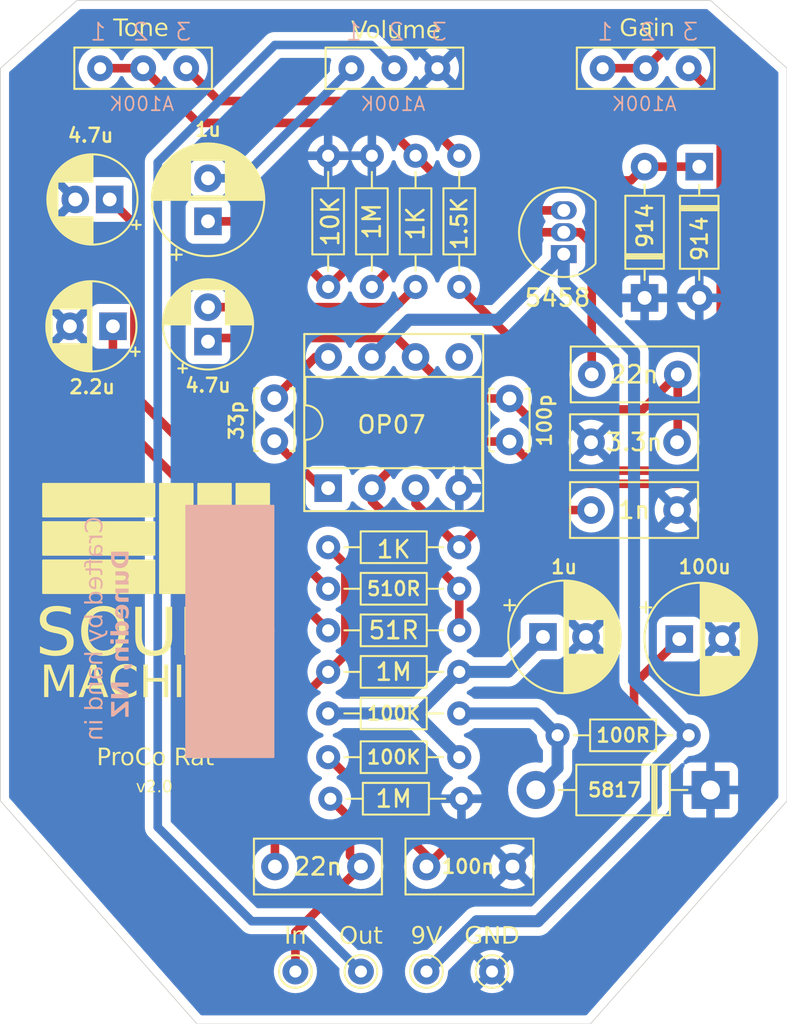
<source format=kicad_pcb>
(kicad_pcb (version 20240108) (generator "pcbnew") (generator_version "8.0")
  (layers (0 "F.Cu" signal) (31 "B.Cu" signal) (34 "B.Paste" user) (35 "F.Paste" user) (36 "B.SilkS" user "B.Silkscreen") (37 "F.SilkS" user "F.Silkscreen") (38 "B.Mask" user) (39 "F.Mask" user) (44 "Edge.Cuts" user))
  (net 0 "")
  (net 1 "Net-(C1-Pad1)")
  (net 2 "Net-(C1-Pad2)")
  (net 3 "GND")
  (net 4 "+4.5V")
  (net 5 "Net-(C3-Pad1)")
  (net 6 "Net-(U1-+)")
  (net 7 "Net-(C6-Pad2)")
  (net 8 "Net-(C6-Pad1)")
  (net 9 "Net-(C10-Pad1)")
  (net 10 "Net-(U1--)")
  (net 11 "Net-(C8-Pad1)")
  (net 12 "Net-(C9-Pad1)")
  (net 13 "Net-(C10-Pad2)")
  (net 14 "Net-(C11-Pad1)")
  (net 15 "Net-(Q1-B)")
  (net 16 "Net-(C13-Pad2)")
  (net 17 "Net-(Q1-E)")
  (net 18 "Net-(D1-A)")
  (net 19 "Net-(D2-A)")
  (net 20 "+9V")
  (net 21 "Net-(H4-Pad1)")
  (net 22 "Net-(P2-Pad3)")
  (footprint "Library:THT Standard Resistor" (layer "F.Cu") (at 140.97 58.42 90)
    (property "Reference" "1K" (at 3.683 0 90) (layer "F.SilkS"))
    (property "Value" "1K")
    (pad "1" thru_hole circle (at 0 0 90) (size 1.4 1.4) (drill 0.7) (layers "*.Cu" "*.Mask") (net 13 "Net-(C10-Pad2)"))
    (pad "2" thru_hole oval (at 7.62 0 90) (size 1.4 1.4) (drill 0.7) (layers "*.Cu" "*.Mask") (net 19 "Net-(D2-A)"))
  )
  (footprint "Library:Film Capacitor (L7.2_W3.0_P5.0)" (layer "F.Cu") (at 156.21 63.5 180)
    (property "Reference" "22n" (at 2.54 0 0) (layer "F.SilkS"))
    (property "Value" "22n")
    (pad "1" thru_hole circle (at 0 0 180) (size 1.6 1.6) (drill 0.8) (layers "*.Cu" "*.Mask") (net 14 "Net-(C11-Pad1)"))
    (pad "2" thru_hole circle (at 5 0 180) (size 1.6 1.6) (drill 0.8) (layers "*.Cu" "*.Mask") (net 15 "Net-(Q1-B)"))
  )
  (footprint "Library:Film Capacitor (L7.2_W3.0_P5.0)" (layer "F.Cu") (at 156.17 67.437 180)
    (property "Reference" "3.3n" (at 2.5 0 0) (layer "F.SilkS"))
    (property "Value" "3.3n")
    (pad "1" thru_hole circle (at 0 0 180) (size 1.6 1.6) (drill 0.8) (layers "*.Cu" "*.Mask") (net 14 "Net-(C11-Pad1)"))
    (pad "2" thru_hole circle (at 5 0 180) (size 1.6 1.6) (drill 0.8) (layers "*.Cu" "*.Mask") (net 3 "GND"))
  )
  (footprint "Library:THT Standard Resistor" (layer "F.Cu") (at 143.51 85.725 180)
    (property "Reference" "100K" (at 3.81 0 0) (layer "F.SilkS") (effects (font (size 0.8 0.8))))
    (property "Value" "100K")
    (pad "1" thru_hole circle (at 0 0 180) (size 1.4 1.4) (drill 0.7) (layers "*.Cu" "*.Mask") (net 4 "+4.5V"))
    (pad "2" thru_hole oval (at 7.62 0 180) (size 1.4 1.4) (drill 0.7) (layers "*.Cu" "*.Mask") (net 5 "Net-(C3-Pad1)"))
  )
  (footprint "Library:Ceramic Disc Capacitor (P2.5)" (layer "F.Cu") (at 132.76 67.377 90)
    (property "Reference" "33p" (at 1.21 -2.204 90) (layer "F.SilkS") (effects (font (size 0.8 0.8))))
    (property "Value" "33p")
    (pad "1" thru_hole circle (at 0 0 90) (size 1.6 1.6) (drill 0.8) (layers "*.Cu" "*.Mask") (net 8 "Net-(C6-Pad1)"))
    (pad "2" thru_hole circle (at 2.5 0 90) (size 1.6 1.6) (drill 0.8) (layers "*.Cu" "*.Mask") (net 7 "Net-(C6-Pad2)"))
  )
  (footprint "Diode_THT:D_DO-41_SOD81_P10.16mm_Horizontal" (layer "F.Cu") (at 158.115 87.63 180)
    (property "Reference" "5817" (at 5.588 0 0) (layer "F.SilkS") (effects (font (size 0.8 0.8))))
    (property "Value" "1N5817")
    (pad "1" thru_hole rect (at 0 0 180) (size 2.2 2.2) (drill 1.1) (layers "*.Cu" "*.Mask") (net 3 "GND"))
    (pad "2" thru_hole oval (at 10.16 0 180) (size 2.2 2.2) (drill 1.1) (layers "*.Cu" "*.Mask") (net 18 "Net-(D1-A)"))
  )
  (footprint "Library:THT Standard Resistor" (layer "F.Cu") (at 143.51 80.772 180)
    (property "Reference" "1M" (at 3.81 0 0) (layer "F.SilkS"))
    (property "Value" "1M")
    (pad "1" thru_hole circle (at 0 0 180) (size 1.4 1.4) (drill 0.7) (layers "*.Cu" "*.Mask") (net 4 "+4.5V"))
    (pad "2" thru_hole oval (at 7.62 0 180) (size 1.4 1.4) (drill 0.7) (layers "*.Cu" "*.Mask") (net 2 "Net-(C1-Pad2)"))
  )
  (footprint "Library:3 Wire Pads" (layer "F.Cu") (at 136.74 45.72)
    (property "Reference" "Volume" (at 3.087 -2.159 0) (layer "F.SilkS"))
    (property "Value" "A100K")
    (pad "1" thru_hole circle (at 0.5 0) (size 1.5 1.5) (drill 0.7) (layers "*.Cu" "*.Mask") (net 16 "Net-(C13-Pad2)"))
    (pad "2" thru_hole circle (at 3 0) (size 1.5 1.5) (drill 0.7) (layers "*.Cu" "*.Mask") (net 21 "Net-(H4-Pad1)"))
    (pad "3" thru_hole circle (at 5.5 0) (size 1.5 1.5) (drill 0.7) (layers "*.Cu" "*.Mask") (net 3 "GND"))
  )
  (footprint "Library:Electrolytic Capacitor (D6.3_P2.5)" (layer "F.Cu") (at 156.297621 78.867)
    (property "Reference" "100u" (at 1.484 -4.191 0) (layer "F.SilkS") (effects (font (size 0.8 0.8))))
    (property "Value" "100u")
    (pad "1" thru_hole rect (at 0 0) (size 1.6 1.6) (drill 0.8) (layers "*.Cu" "*.Mask") (net 5 "Net-(C3-Pad1)"))
    (pad "2" thru_hole circle (at 2.5 0) (size 1.6 1.6) (drill 0.8) (layers "*.Cu" "*.Mask") (net 3 "GND"))
  )
  (footprint "Library:THT Standard Resistor" (layer "F.Cu") (at 143.51 50.8 -90)
    (property "Reference" "1.5K" (at 3.937 0 90) (layer "F.SilkS") (effects (font (size 0.9 0.9))))
    (property "Value" "1.5K")
    (pad "1" thru_hole circle (at 0 0 270) (size 1.4 1.4) (drill 0.7) (layers "*.Cu" "*.Mask") (net 22 "Net-(P2-Pad3)"))
    (pad "2" thru_hole oval (at 7.62 0 270) (size 1.4 1.4) (drill 0.7) (layers "*.Cu" "*.Mask") (net 14 "Net-(C11-Pad1)"))
  )
  (footprint "Library:1 Wire Pad" (layer "F.Cu") (at 141.605 98.171)
    (property "Reference" "9V" (at 0 -2.032 0) (layer "F.SilkS"))
    (property "Value" "9V")
    (pad "1" thru_hole circle (at 0 0) (size 1.5 1.5) (drill 0.7) (layers "*.Cu" "*.Mask") (net 20 "+9V"))
  )
  (footprint "Library:Film Capacitor (L7.2_W3.0_P5.0)" (layer "F.Cu") (at 137.795 92.075 180)
    (property "Reference" "22n" (at 2.5 0 180) (layer "F.SilkS"))
    (property "Value" "22n")
    (pad "1" thru_hole circle (at 0 0 180) (size 1.6 1.6) (drill 0.8) (layers "*.Cu" "*.Mask") (net 1 "Net-(C1-Pad1)"))
    (pad "2" thru_hole circle (at 5 0 180) (size 1.6 1.6) (drill 0.8) (layers "*.Cu" "*.Mask") (net 2 "Net-(C1-Pad2)"))
  )
  (footprint "Library:Film Capacitor (L7.2_W3.0_P5.0)" (layer "F.Cu") (at 141.605 92.075)
    (property "Reference" "100n" (at 2.413 0 0) (layer "F.SilkS") (effects (font (size 0.8 0.8))))
    (property "Value" "0.1u")
    (pad "1" thru_hole circle (at 0 0) (size 1.6 1.6) (drill 0.8) (layers "*.Cu" "*.Mask") (net 5 "Net-(C3-Pad1)"))
    (pad "2" thru_hole circle (at 5 0) (size 1.6 1.6) (drill 0.8) (layers "*.Cu" "*.Mask") (net 3 "GND"))
  )
  (footprint "Library:DIP-8 Socketed" (layer "F.Cu") (at 135.89 70.104 90)
    (property "Reference" "OP07" (at 3.683 3.683 180) (layer "F.SilkS"))
    (property "Value" "OP07")
    (pad "1" thru_hole rect (at 0 0 90) (size 1.6 1.6) (drill 0.8) (layers "*.Cu" "*.Mask") (net 8 "Net-(C6-Pad1)"))
    (pad "2" thru_hole oval (at 0 2.54 90) (size 1.6 1.6) (drill 0.8) (layers "*.Cu" "*.Mask") (net 10 "Net-(U1--)"))
    (pad "3" thru_hole oval (at 0 5.08 90) (size 1.6 1.6) (drill 0.8) (layers "*.Cu" "*.Mask") (net 6 "Net-(U1-+)"))
    (pad "4" thru_hole oval (at 0 7.62 90) (size 1.6 1.6) (drill 0.8) (layers "*.Cu" "*.Mask") (net 3 "GND"))
    (pad "5" thru_hole oval (at 7.62 7.62 90) (size 1.6 1.6) (drill 0.8) (layers "*.Cu" "*.Mask"))
    (pad "6" thru_hole oval (at 7.62 5.08 90) (size 1.6 1.6) (drill 0.8) (layers "*.Cu" "*.Mask") (net 9 "Net-(C10-Pad1)"))
    (pad "7" thru_hole oval (at 7.62 2.54 90) (size 1.6 1.6) (drill 0.8) (layers "*.Cu" "*.Mask") (net 20 "+9V"))
    (pad "8" thru_hole oval (at 7.62 0 90) (size 1.6 1.6) (drill 0.8) (layers "*.Cu" "*.Mask") (net 7 "Net-(C6-Pad2)"))
  )
  (footprint "Library:Film Capacitor (L7.2_W3.0_P5.0)" (layer "F.Cu") (at 156.17 71.374 180)
    (property "Reference" "1n" (at 2.5 0 0) (layer "F.SilkS"))
    (property "Value" "1n")
    (pad "1" thru_hole circle (at 0 0 180) (size 1.6 1.6) (drill 0.8) (layers "*.Cu" "*.Mask") (net 3 "GND"))
    (pad "2" thru_hole circle (at 5 0 180) (size 1.6 1.6) (drill 0.8) (layers "*.Cu" "*.Mask") (net 6 "Net-(U1-+)"))
  )
  (footprint "Library:3 Wire Pads" (layer "F.Cu") (at 122.135 45.72)
    (property "Reference" "Tone" (at 2.873 -2.286 0) (layer "F.SilkS"))
    (property "Value" "A100K")
    (pad "1" thru_hole circle (at 0.5 0) (size 1.5 1.5) (drill 0.7) (layers "*.Cu" "*.Mask") (net 19 "Net-(D2-A)"))
    (pad "2" thru_hole circle (at 3 0) (size 1.5 1.5) (drill 0.7) (layers "*.Cu" "*.Mask") (net 19 "Net-(D2-A)"))
    (pad "3" thru_hole circle (at 5.5 0) (size 1.5 1.5) (drill 0.7) (layers "*.Cu" "*.Mask") (net 22 "Net-(P2-Pad3)"))
  )
  (footprint "Library:Electrolytic Capacitor (D5.0_P2.0)" (layer "F.Cu") (at 128.905 61.595 90)
    (property "Reference" "4.7u" (at -2.54 0 180) (layer "F.SilkS") (effects (font (size 0.8 0.8))))
    (property "Value" "4.7u")
    (pad "1" thru_hole rect (at 0 0 90) (size 1.6 1.6) (drill 0.8) (layers "*.Cu" "*.Mask") (net 9 "Net-(C10-Pad1)"))
    (pad "2" thru_hole circle (at 2 0 90) (size 1.6 1.6) (drill 0.8) (layers "*.Cu" "*.Mask") (net 13 "Net-(C10-Pad2)"))
  )
  (footprint "Library:THT Standard Resistor" (layer "F.Cu") (at 143.51 75.946 180)
    (property "Reference" "510R" (at 3.81 0 0) (layer "F.SilkS") (effects (font (size 0.8 0.8))))
    (property "Value" "510R")
    (pad "1" thru_hole circle (at 0 0 180) (size 1.4 1.4) (drill 0.7) (layers "*.Cu" "*.Mask") (net 10 "Net-(U1--)"))
    (pad "2" thru_hole oval (at 7.62 0 180) (size 1.4 1.4) (drill 0.7) (layers "*.Cu" "*.Mask") (net 12 "Net-(C9-Pad1)"))
  )
  (footprint "Diode_THT:D_DO-35_SOD27_P7.62mm_Horizontal" (layer "F.Cu") (at 154.284 59.055 90)
    (property "Reference" "914" (at 4.191 0.021 90) (layer "F.SilkS") (effects (font (size 0.9 0.9))))
    (property "Value" "1N914")
    (pad "1" thru_hole rect (at 0 0 90) (size 1.6 1.6) (drill 0.8) (layers "*.Cu" "*.Mask") (net 3 "GND"))
    (pad "2" thru_hole oval (at 7.62 0 90) (size 1.6 1.6) (drill 0.8) (layers "*.Cu" "*.Mask") (net 19 "Net-(D2-A)"))
  )
  (footprint "Library:1 Wire Pad" (layer "F.Cu") (at 133.985 98.171)
    (property "Reference" "In" (at 0 -2.032 0) (layer "F.SilkS"))
    (property "Value" "Input")
    (pad "1" thru_hole circle (at 0 0) (size 1.5 1.5) (drill 0.7) (layers "*.Cu" "*.Mask") (net 1 "Net-(C1-Pad1)"))
  )
  (footprint "Library:Ceramic Disc Capacitor (P2.5)" (layer "F.Cu") (at 146.431 64.897 -90)
    (property "Reference" "100p" (at 1.27 -2.032 90) (layer "F.SilkS") (effects (font (size 0.8 0.8))))
    (property "Value" "100p")
    (pad "1" thru_hole circle (at 0 0 270) (size 1.6 1.6) (drill 0.8) (layers "*.Cu" "*.Mask") (net 9 "Net-(C10-Pad1)"))
    (pad "2" thru_hole circle (at 2.5 0 270) (size 1.6 1.6) (drill 0.8) (layers "*.Cu" "*.Mask") (net 10 "Net-(U1--)"))
  )
  (footprint "Library:1 Wire Pad" (layer "F.Cu") (at 145.415 98.171)
    (property "Reference" "GND" (at 0 -2.032 0) (layer "F.SilkS"))
    (property "Value" "GND")
    (pad "1" thru_hole circle (at 0 0) (size 1.5 1.5) (drill 0.7) (layers "*.Cu" "*.Mask") (net 3 "GND"))
  )
  (footprint "Library:THT Standard Resistor" (layer "F.Cu") (at 138.43 58.42 90)
    (property "Reference" "1M" (at 3.81 0 90) (layer "F.SilkS"))
    (property "Value" "1M")
    (pad "1" thru_hole circle (at 0 0 90) (size 1.4 1.4) (drill 0.7) (layers "*.Cu" "*.Mask") (net 15 "Net-(Q1-B)"))
    (pad "2" thru_hole oval (at 7.62 0 90) (size 1.4 1.4) (drill 0.7) (layers "*.Cu" "*.Mask") (net 3 "GND"))
  )
  (footprint "Library:THT Standard Resistor" (layer "F.Cu") (at 135.89 73.533)
    (property "Reference" "1K" (at 3.81 0.127 0) (layer "F.SilkS"))
    (property "Value" "1K")
    (pad "1" thru_hole circle (at 0 0) (size 1.4 1.4) (drill 0.7) (layers "*.Cu" "*.Mask") (net 2 "Net-(C1-Pad2)"))
    (pad "2" thru_hole oval (at 7.62 0) (size 1.4 1.4) (drill 0.7) (layers "*.Cu" "*.Mask") (net 6 "Net-(U1-+)"))
  )
  (footprint "Library:THT Standard Resistor" (layer "F.Cu") (at 135.89 58.42 90)
    (property "Reference" "10K" (at 3.81 0.127 90) (layer "F.SilkS"))
    (property "Value" "10K")
    (pad "1" thru_hole circle (at 0 0 90) (size 1.4 1.4) (drill 0.7) (layers "*.Cu" "*.Mask") (net 17 "Net-(Q1-E)"))
    (pad "2" thru_hole oval (at 7.62 0 90) (size 1.4 1.4) (drill 0.7) (layers "*.Cu" "*.Mask") (net 3 "GND"))
  )
  (footprint "Library:THT Standard Resistor" (layer "F.Cu") (at 156.845 84.455 180)
    (property "Reference" "100R" (at 3.81 0 0) (layer "F.SilkS") (effects (font (size 0.8 0.8))))
    (property "Value" "100R")
    (pad "1" thru_hole circle (at 0 0 180) (size 1.4 1.4) (drill 0.7) (layers "*.Cu" "*.Mask") (net 20 "+9V"))
    (pad "2" thru_hole oval (at 7.62 0 180) (size 1.4 1.4) (drill 0.7) (layers "*.Cu" "*.Mask") (net 18 "Net-(D1-A)"))
  )
  (footprint "Library:THT Standard Resistor" (layer "F.Cu") (at 143.51 78.359 180)
    (property "Reference" "51R" (at 3.81 0 0) (layer "F.SilkS"))
    (property "Value" "51R")
    (pad "1" thru_hole circle (at 0 0 180) (size 1.4 1.4) (drill 0.7) (layers "*.Cu" "*.Mask") (net 10 "Net-(U1--)"))
    (pad "2" thru_hole oval (at 7.62 0 180) (size 1.4 1.4) (drill 0.7) (layers "*.Cu" "*.Mask") (net 11 "Net-(C8-Pad1)"))
  )
  (footprint "Library:THT Standard Resistor" (layer "F.Cu") (at 143.51 83.185 180)
    (property "Reference" "100K" (at 3.81 0 0) (layer "F.SilkS") (effects (font (size 0.8 0.8))))
    (property "Value" "100K")
    (pad "1" thru_hole circle (at 0 0 180) (size 1.4 1.4) (drill 0.7) (layers "*.Cu" "*.Mask") (net 18 "Net-(D1-A)"))
    (pad "2" thru_hole oval (at 7.62 0 180) (size 1.4 1.4) (drill 0.7) (layers "*.Cu" "*.Mask") (net 4 "+4.5V"))
  )
  (footprint "Diode_THT:D_DO-35_SOD27_P7.62mm_Horizontal" (layer "F.Cu") (at 157.459 51.435 -90)
    (property "Reference" "914" (at 4.191 -0.021 -90) (layer "F.SilkS") (effects (font (size 0.9 0.9))))
    (property "Value" "1N914")
    (pad "1" thru_hole rect (at 0 0 270) (size 1.6 1.6) (drill 0.8) (layers "*.Cu" "*.Mask") (net 19 "Net-(D2-A)"))
    (pad "2" thru_hole oval (at 7.62 0 270) (size 1.6 1.6) (drill 0.8) (layers "*.Cu" "*.Mask") (net 3 "GND"))
  )
  (footprint "Library:3 Wire Pads" (layer "F.Cu") (at 151.345 45.72)
    (property "Reference" "Gain" (at 3.087 -2.286 0) (layer "F.SilkS"))
    (property "Value" "A100K")
    (pad "1" thru_hole circle (at 0.5 0) (size 1.5 1.5) (drill 0.7) (layers "*.Cu" "*.Mask") (net 10 "Net-(U1--)"))
    (pad "2" thru_hole circle (at 3 0) (size 1.5 1.5) (drill 0.7) (layers "*.Cu" "*.Mask") (net 10 "Net-(U1--)"))
    (pad "3" thru_hole circle (at 5.5 0) (size 1.5 1.5) (drill 0.7) (layers "*.Cu" "*.Mask") (net 9 "Net-(C10-Pad1)"))
  )
  (footprint "Library:THT Standard Resistor" (layer "F.Cu") (at 136.017 88.138)
    (property "Reference" "1M" (at 3.683 0 0) (layer "F.SilkS"))
    (property "Value" "1M")
    (pad "1" thru_hole circle (at 0 0) (size 1.4 1.4) (drill 0.7) (layers "*.Cu" "*.Mask") (net 1 "Net-(C1-Pad1)"))
    (pad "2" thru_hole oval (at 7.62 0) (size 1.4 1.4) (drill 0.7) (layers "*.Cu" "*.Mask") (net 3 "GND"))
  )
  (footprint "Library:Electrolytic Capacitor (D6.3_P2.5)" (layer "F.Cu") (at 148.376 78.74)
    (property "Reference" "1u" (at 1.23 -4.064 0) (layer "F.SilkS") (effects (font (size 0.8 0.8))))
    (property "Value" "1u")
    (pad "1" thru_hole rect (at 0 0) (size 1.6 1.6) (drill 0.8) (layers "*.Cu" "*.Mask") (net 4 "+4.5V"))
    (pad "2" thru_hole circle (at 2.5 0) (size 1.6 1.6) (drill 0.8) (layers "*.Cu" "*.Mask") (net 3 "GND"))
  )
  (footprint "Library:Electrolytic Capacitor (D5.0_P2.0)" (layer "F.Cu") (at 123.19 53.34 180)
    (property "Reference" "4.7u" (at 1.111 3.72238 0) (layer "F.SilkS") (effects (font (size 0.8 0.8))))
    (property "Value" "4.7u")
    (pad "1" thru_hole rect (at 0 0 180) (size 1.6 1.6) (drill 0.8) (layers "*.Cu" "*.Mask") (net 12 "Net-(C9-Pad1)"))
    (pad "2" thru_hole circle (at 2 0 180) (size 1.6 1.6) (drill 0.8) (layers "*.Cu" "*.Mask") (net 3 "GND"))
  )
  (footprint "Library:Electrolytic Capacitor (D6.3_P2.5)" (layer "F.Cu") (at 128.905 54.61 90)
    (property "Reference" "1u" (at 5.334 0 0) (layer "F.SilkS") (effects (font (size 0.8 0.8))))
    (property "Value" "1u")
    (pad "1" thru_hole rect (at 0 0 90) (size 1.6 1.6) (drill 0.8) (layers "*.Cu" "*.Mask") (net 17 "Net-(Q1-E)"))
    (pad "2" thru_hole circle (at 2.5 0 90) (size 1.6 1.6) (drill 0.8) (layers "*.Cu" "*.Mask") (net 16 "Net-(C13-Pad2)"))
  )
  (footprint "Library:1 Wire Pad" (layer "F.Cu") (at 137.795 98.171)
    (property "Reference" "Out" (at 0 -2.032 0) (layer "F.SilkS"))
    (property "Value" "Output")
    (pad "1" thru_hole circle (at 0 0) (size 1.5 1.5) (drill 0.7) (layers "*.Cu" "*.Mask") (net 21 "Net-(H4-Pad1)"))
  )
  (footprint "Package_TO_SOT_THT:TO-92_Inline" (layer "F.Cu") (at 149.585 56.515 90)
    (property "Reference" "5458" (at -2.54 -0.36 180) (layer "F.SilkS"))
    (property "Value" "2N5458")
    (pad "1" thru_hole rect (at 0 0 90) (size 1.05 1.5) (drill 0.75) (layers "*.Cu" "*.Mask") (net 20 "+9V"))
    (pad "2" thru_hole oval (at 1.27 0 90) (size 1.05 1.5) (drill 0.75) (layers "*.Cu" "*.Mask") (net 15 "Net-(Q1-B)"))
    (pad "3" thru_hole oval (at 2.54 0 90) (size 1.05 1.5) (drill 0.75) (layers "*.Cu" "*.Mask") (net 17 "Net-(Q1-E)"))
  )
  (footprint "Library:Electrolytic Capacitor (D5_P2.5)" (layer "F.Cu") (at 123.379113 60.706 180)
    (property "Reference" "2.2u" (at 1.205112 -3.51662 0) (layer "F.SilkS") (effects (font (size 0.8 0.8))))
    (property "Value" "2.2u")
    (pad "1" thru_hole rect (at 0 0 180) (size 1.6 1.6) (drill 0.8) (layers "*.Cu" "*.Mask") (net 11 "Net-(C8-Pad1)"))
    (pad "2" thru_hole circle (at 2.5 0 180) (size 1.6 1.6) (drill 0.8) (layers "*.Cu" "*.Mask") (net 3 "GND"))
  )
  (gr_rect (start 127.635 71.12) (end 132.715 85.725) (stroke (width 0.1)) (fill solid) (layer "B.SilkS"))
  (gr_rect (start 130.556 69.85) (end 132.461 76.2) (stroke (width 0.1)) (fill solid) (layer "F.SilkS"))
  (gr_rect (start 119.3165 69.85) (end 125.7935 71.755) (stroke (width 0.1)) (fill solid) (layer "F.SilkS"))
  (gr_rect (start 128.3335 69.85) (end 130.2385 76.2) (stroke (width 0.1)) (fill solid) (layer "F.SilkS"))
  (gr_rect (start 119.3165 74.295) (end 125.7935 76.2) (stroke (width 0.1)) (fill solid) (layer "F.SilkS"))
  (gr_rect (start 119.3165 72.0725) (end 125.7935 73.9775) (stroke (width 0.1)) (fill solid) (layer "F.SilkS"))
  (gr_rect (start 126.111 69.85) (end 128.016 76.2) (stroke (width 0.1)) (fill solid) (layer "F.SilkS"))
  (gr_poly (pts (xy 151.13 101.219) (xy 162.56 88.265) (xy 162.56 45.72) (xy 158.115 41.783) (xy 121.285 41.783) (xy 116.84 45.72) (xy 116.84 88.265) (xy 128.27 101.219)) (stroke (width 0.05)) (fill none) (layer "Edge.Cuts"))
  (gr_text "A100K" (at 127 48.26 0) (layer "B.SilkS") (effects (font (size 0.8 0.8) (thickness 0.1)) (justify left bottom mirror)))
  (gr_text "3  2  1" (at 142.875 44.196 0) (layer "B.SilkS") (effects (font (size 1 1) (thickness 0.1)) (justify left bottom mirror)))
  (gr_text "A100K" (at 156.21 48.26 0) (layer "B.SilkS") (effects (font (size 0.8 0.8) (thickness 0.1)) (justify left bottom mirror)))
  (gr_text "3  2  1" (at 157.48 44.196 0) (layer "B.SilkS") (effects (font (size 1 1) (thickness 0.1)) (justify left bottom mirror)))
  (gr_text "Dunedin, NZ" (at 124.46 73.66 90) (layer "B.SilkS") (effects (font (size 1 1) (thickness 0.2) (bold yes)) (justify left bottom mirror)))
  (gr_text "3  2  1" (at 128.016 44.196 0) (layer "B.SilkS") (effects (font (size 1 1) (thickness 0.1)) (justify left bottom mirror)))
  (gr_text "A100K" (at 141.605 48.26 0) (layer "B.SilkS") (effects (font (size 0.8 0.8) (thickness 0.1)) (justify left bottom mirror)))
  (gr_text "Crafted by hand in" (at 122.936 71.755 90) (layer "B.SilkS") (effects (font (size 1 1) (thickness 0.1)) (justify left bottom mirror)))
  (gr_text "ProCo Rat" (at 122.428 86.36 0) (layer "F.SilkS") (effects (font (size 1 1) (thickness 0.1)) (justify left bottom)))
  (gr_text "v2.0" (at 124.714 87.884 0) (layer "F.SilkS") (effects (font (size 0.7 0.7) (thickness 0.1)) (justify left bottom)))
  (gr_text "MACHINES" (at 119.126 82.55 0) (layer "F.SilkS") (effects (font (size 1.85 1.85) (thickness 0.1)) (justify left bottom)))
  (gr_text "SOUND" (at 118.872 80.264 0) (layer "F.SilkS") (effects (font (size 2.75 2.75) (thickness 0.1)) (justify left bottom)))
  (segment (start 137.16 91.44) (end 137.16 89.281) (width 0.5) (layer "F.Cu") (net 1))
  (segment (start 133.985 98.171) (end 133.985 95.885) (width 0.5) (layer "F.Cu") (net 1))
  (segment (start 137.795 92.075) (end 137.16 91.44) (width 0.5) (layer "F.Cu") (net 1))
  (segment (start 137.16 89.281) (end 136.017 88.138) (width 0.5) (layer "F.Cu") (net 1))
  (segment (start 133.985 95.885) (end 137.795 92.075) (width 0.5) (layer "F.Cu") (net 1))
  (segment (start 132.795 83.867) (end 135.89 80.772) (width 0.5) (layer "F.Cu") (net 2))
  (segment (start 135.89 73.533) (end 136.89 74.533) (width 0.5) (layer "F.Cu") (net 2))
  (segment (start 136.89 74.533) (end 136.89 79.772) (width 0.5) (layer "F.Cu") (net 2))
  (segment (start 136.89 79.772) (end 135.89 80.772) (width 0.5) (layer "F.Cu") (net 2))
  (segment (start 132.795 92.075) (end 132.795 83.867) (width 0.5) (layer "F.Cu") (net 2))
  (segment (start 146.344 80.772) (end 148.376 78.74) (width 0.7) (layer "B.Cu") (net 4))
  (segment (start 135.89 83.185) (end 140.97 83.185) (width 0.7) (layer "B.Cu") (net 4))
  (segment (start 140.97 83.185) (end 143.51 85.725) (width 0.7) (layer "B.Cu") (net 4))
  (segment (start 141.097 83.185) (end 143.51 80.772) (width 0.7) (layer "B.Cu") (net 4))
  (segment (start 143.51 80.772) (end 146.344 80.772) (width 0.7) (layer "B.Cu") (net 4))
  (segment (start 153.67 81.494621) (end 156.297621 78.867) (width 0.5) (layer "F.Cu") (net 5))
  (segment (start 148.844 89.916) (end 153.67 85.09) (width 0.5) (layer "F.Cu") (net 5))
  (segment (start 141.605 91.44) (end 141.605 92.075) (width 0.5) (layer "F.Cu") (net 5))
  (segment (start 143.764 89.916) (end 148.844 89.916) (width 0.5) (layer "F.Cu") (net 5))
  (segment (start 153.67 85.09) (end 153.67 81.494621) (width 0.5) (layer "F.Cu") (net 5))
  (segment (start 135.89 85.725) (end 141.605 91.44) (width 0.5) (layer "F.Cu") (net 5))
  (segment (start 141.605 92.075) (end 143.764 89.916) (width 0.5) (layer "F.Cu") (net 5))
  (segment (start 145.669 71.374) (end 143.51 73.533) (width 0.5) (layer "F.Cu") (net 6))
  (segment (start 140.97 70.993) (end 140.97 70.104) (width 0.5) (layer "F.Cu") (net 6))
  (segment (start 143.51 73.533) (end 140.97 70.993) (width 0.5) (layer "F.Cu") (net 6))
  (segment (start 151.17 71.374) (end 145.669 71.374) (width 0.5) (layer "F.Cu") (net 6))
  (segment (start 135.153 62.484) (end 135.89 62.484) (width 0.5) (layer "F.Cu") (net 7))
  (segment (start 132.76 64.877) (end 135.153 62.484) (width 0.5) (layer "F.Cu") (net 7))
  (segment (start 132.76 67.377) (end 135.487 70.104) (width 0.5) (layer "F.Cu") (net 8))
  (segment (start 135.487 70.104) (end 135.89 70.104) (width 0.5) (layer "F.Cu") (net 8))
  (segment (start 158.709 47.584) (end 156.845 45.72) (width 0.5) (layer "F.Cu") (net 9))
  (segment (start 150.622 69.088) (end 146.431 64.897) (width 0.5) (layer "F.Cu") (net 9))
  (segment (start 156.972 69.088) (end 150.622 69.088) (width 0.5) (layer "F.Cu") (net 9))
  (segment (start 139.87 61.384) (end 140.97 62.484) (width 0.5) (layer "F.Cu") (net 9))
  (segment (start 128.905 61.595) (end 129.116 61.384) (width 0.5) (layer "F.Cu") (net 9))
  (segment (start 158.709 67.351) (end 156.972 69.088) (width 0.5) (layer "F.Cu") (net 9))
  (segment (start 129.116 61.384) (end 139.87 61.384) (width 0.5) (layer "F.Cu") (net 9))
  (segment (start 143.383 64.897) (end 140.97 62.484) (width 0.5) (layer "F.Cu") (net 9))
  (segment (start 146.431 64.897) (end 143.383 64.897) (width 0.5) (layer "F.Cu") (net 9))
  (segment (start 158.709 47.584) (end 158.709 67.351) (width 0.5) (layer "F.Cu") (net 9))
  (segment (start 154.345 45.72) (end 151.845 45.72) (width 0.5) (layer "F.Cu") (net 10))
  (segment (start 143.51 78.359) (end 143.51 75.946) (width 0.5) (layer "F.Cu") (net 10))
  (segment (start 156.21 43.855) (end 154.345 45.72) (width 0.5) (layer "F.Cu") (net 10))
  (segment (start 148.884 69.85) (end 146.431 67.397) (width 0.5) (layer "F.Cu") (net 10))
  (segment (start 160.02 46.355) (end 160.02 67.945) (width 0.5) (layer "F.Cu") (net 10))
  (segment (start 138.43 70.104) (end 138.43 70.866) (width 0.5) (layer "F.Cu") (net 10))
  (segment (start 141.137 67.397) (end 138.43 70.104) (width 0.5) (layer "F.Cu") (net 10))
  (segment (start 160.02 67.945) (end 158.115 69.85) (width 0.5) (layer "F.Cu") (net 10))
  (segment (start 157.48 43.815) (end 160.02 46.355) (width 0.5) (layer "F.Cu") (net 10))
  (segment (start 156.21 43.815) (end 156.21 43.855) (width 0.5) (layer "F.Cu") (net 10))
  (segment (start 146.431 67.397) (end 141.137 67.397) (width 0.5) (layer "F.Cu") (net 10))
  (segment (start 138.43 70.866) (end 143.51 75.946) (width 0.5) (layer "F.Cu") (net 10))
  (segment (start 156.21 43.815) (end 157.48 43.815) (width 0.5) (layer "F.Cu") (net 10))
  (segment (start 158.115 69.85) (end 148.884 69.85) (width 0.5) (layer "F.Cu") (net 10))
  (segment (start 123.379113 65.848113) (end 135.89 78.359) (width 0.5) (layer "F.Cu") (net 11))
  (segment (start 123.379113 60.706) (end 123.379113 65.848113) (width 0.5) (layer "F.Cu") (net 11))
  (segment (start 124.629113 54.779113) (end 123.19 53.34) (width 0.5) (layer "F.Cu") (net 12))
  (segment (start 135.89 75.946) (end 124.629113 64.685113) (width 0.5) (layer "F.Cu") (net 12))
  (segment (start 124.629113 64.685113) (end 124.629113 54.779113) (width 0.5) (layer "F.Cu") (net 12))
  (segment (start 140.97 58.42) (end 139.795 59.595) (width 0.5) (layer "F.Cu") (net 13))
  (segment (start 139.795 59.595) (end 128.905 59.595) (width 0.5) (layer "F.Cu") (net 13))
  (segment (start 143.51 58.42) (end 150.622 65.532) (width 0.5) (layer "F.Cu") (net 14))
  (segment (start 156.21 63.5) (end 156.21 67.397) (width 0.5) (layer "F.Cu") (net 14))
  (segment (start 150.622 65.532) (end 154.178 65.532) (width 0.5) (layer "F.Cu") (net 14))
  (segment (start 154.178 65.532) (end 156.21 63.5) (width 0.5) (layer "F.Cu") (net 14))
  (segment (start 156.21 67.397) (end 156.17 67.437) (width 0.5) (layer "F.Cu") (net 14))
  (segment (start 149.585 55.245) (end 141.605 55.245) (width 0.5) (layer "F.Cu") (net 15))
  (segment (start 151.21 55.92) (end 151.21 63.5) (width 0.5) (layer "F.Cu") (net 15))
  (segment (start 141.605 55.245) (end 138.43 58.42) (width 0.5) (layer "F.Cu") (net 15))
  (segment (start 150.535 55.245) (end 151.21 55.92) (width 0.5) (layer "F.Cu") (net 15))
  (segment (start 149.585 55.245) (end 150.535 55.245) (width 0.5) (layer "F.Cu") (net 15))
  (segment (start 128.905 52.11) (end 130.85 52.11) (width 0.5) (layer "B.Cu") (net 16))
  (segment (start 137.24 45.72) (end 130.85 52.11) (width 0.5) (layer "B.Cu") (net 16))
  (segment (start 149.585 53.975) (end 140.335 53.975) (width 0.5) (layer "F.Cu") (net 17))
  (segment (start 128.905 54.61) (end 132.08 54.61) (width 0.5) (layer "F.Cu") (net 17))
  (segment (start 132.08 54.61) (end 135.89 58.42) (width 0.5) (layer "F.Cu") (net 17))
  (segment (start 140.335 53.975) (end 135.89 58.42) (width 0.5) (layer "F.Cu") (net 17))
  (segment (start 149.225 84.455) (end 147.955 83.185) (width 0.7) (layer "B.Cu") (net 18))
  (segment (start 147.955 83.185) (end 143.51 83.185) (width 0.7) (layer "B.Cu") (net 18))
  (segment (start 149.225 86.36) (end 147.955 87.63) (width 0.7) (layer "B.Cu") (net 18))
  (segment (start 149.225 84.455) (end 149.225 86.36) (width 0.7) (layer "B.Cu") (net 18))
  (segment (start 125.135 45.72) (end 122.635 45.72) (width 0.5) (layer "F.Cu") (net 19))
  (segment (start 153.484001 52.234999) (end 142.404999 52.234999) (width 0.5) (layer "F.Cu") (net 19))
  (segment (start 128.31 48.895) (end 139.065 48.895) (width 0.5) (layer "F.Cu") (net 19))
  (segment (start 154.284 51.435) (end 153.484001 52.234999) (width 0.5) (layer "F.Cu") (net 19))
  (segment (start 128.31 48.895) (end 125.135 45.72) (width 0.5) (layer "F.Cu") (net 19))
  (segment (start 142.404999 52.234999) (end 140.97 50.8) (width 0.5) (layer "F.Cu") (net 19))
  (segment (start 154.284 51.435) (end 157.459 51.435) (width 0.5) (layer "F.Cu") (net 19))
  (segment (start 139.065 48.895) (end 140.97 50.8) (width 0.5) (layer "F.Cu") (net 19))
  (segment (start 145.775 60.325) (end 149.585 56.515) (width 0.7) (layer "B.Cu") (net 20))
  (segment (start 154.94 86.36) (end 156.845 84.455) (width 0.7) (layer "B.Cu") (net 20))
  (segment (start 148.082 95.25) (end 154.94 88.392) (width 0.7) (layer "B.Cu") (net 20))
  (segment (start 140.589 60.325) (end 145.775 60.325) (width 0.7) (layer "B.Cu") (net 20))
  (segment (start 153.67 62.23) (end 149.585 58.145) (width 0.7) (layer "B.Cu") (net 20))
  (segment (start 156.845 84.455) (end 153.67 81.28) (width 0.7) (layer "B.Cu") (net 20))
  (segment (start 141.605 98.171) (end 144.526 95.25) (width 0.7) (layer "B.Cu") (net 20))
  (segment (start 138.43 62.484) (end 140.589 60.325) (width 0.7) (layer "B.Cu") (net 20))
  (segment (start 149.585 58.145) (end 149.585 56.515) (width 0.7) (layer "B.Cu") (net 20))
  (segment (start 154.94 88.392) (end 154.94 86.36) (width 0.7) (layer "B.Cu") (net 20))
  (segment (start 153.67 81.28) (end 153.67 62.23) (width 0.7) (layer "B.Cu") (net 20))
  (segment (start 144.526 95.25) (end 148.082 95.25) (width 0.7) (layer "B.Cu") (net 20))
  (segment (start 125.984 51.181) (end 132.795 44.37) (width 0.5) (layer "B.Cu") (net 21))
  (segment (start 131.445 95.25) (end 125.984 89.789) (width 0.5) (layer "B.Cu") (net 21))
  (segment (start 137.795 98.171) (end 134.874 95.25) (width 0.5) (layer "B.Cu") (net 21))
  (segment (start 125.984 89.789) (end 125.984 51.181) (width 0.5) (layer "B.Cu") (net 21))
  (segment (start 132.795 44.37) (end 138.39 44.37) (width 0.5) (layer "B.Cu") (net 21))
  (segment (start 134.874 95.25) (end 131.445 95.25) (width 0.5) (layer "B.Cu") (net 21))
  (segment (start 138.39 44.37) (end 139.74 45.72) (width 0.5) (layer "B.Cu") (net 21))
  (segment (start 140.335 47.625) (end 143.51 50.8) (width 0.5) (layer "F.Cu") (net 22))
  (segment (start 129.54 47.625) (end 127.635 45.72) (width 0.5) (layer "F.Cu") (net 22))
  (segment (start 129.54 47.625) (end 140.335 47.625) (width 0.5) (layer "F.Cu") (net 22))
  (zone (net 3) (net_name "GND") (layer "B.Cu") (connect_pads (clearance 0.5)) (min_thickness 0.25) (fill yes (thermal_gap 0.5) (thermal_bridge_width 0.5))
    (polygon (pts (xy 116.84 88.265) (xy 116.84 45.72) (xy 121.285 41.783) (xy 158.115 41.783) (xy 162.56 45.72) (xy 162.56 88.265) (xy 151.13 101.219) (xy 128.27 101.219)))
  )
)
</source>
